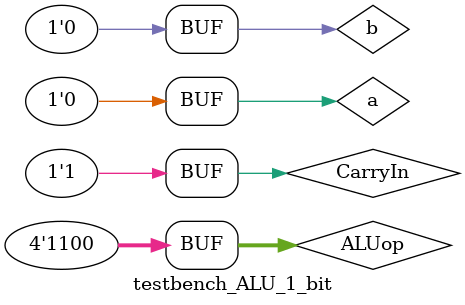
<source format=v>
`timescale 1ns / 1ps

module testbench_ALU_1_bit();

reg a, b, CarryIn; reg [3:0] ALUop;
wire CarryOut, Result;

ALU_1_bit alu1(a, b, CarryIn, ALUop, Result, CarryOut);

initial begin
a = 1; b = 1; CarryIn = 0; ALUop = 4'b0000;
#100 ALUop = 4'b0001; a = 1; b = 1;
#100 ALUop = 4'b0010; a = 1; b = 1; CarryIn = 1;
#100 ALUop = 4'b0110; a = 0; b = 0;
#100 ALUop = 4'b1100; a = 0; b = 0;
end
endmodule
</source>
